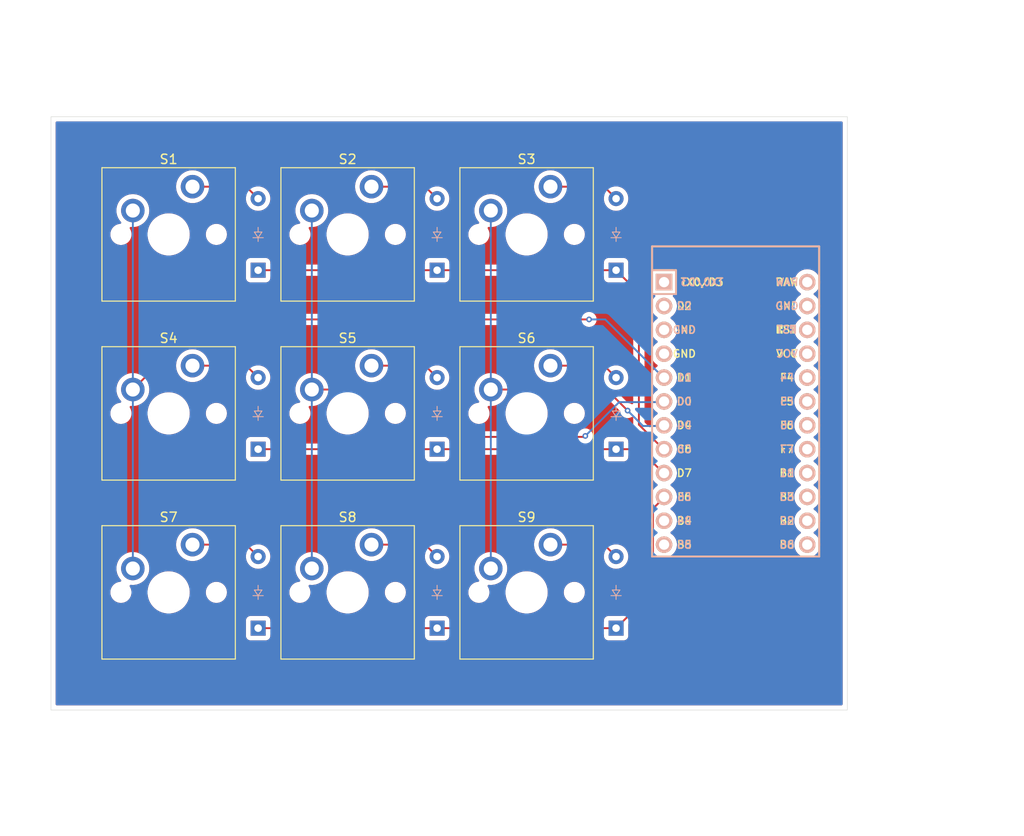
<source format=kicad_pcb>
(kicad_pcb (version 20241229) (generator "pcbnew") (generator_version "9.0")
  (layers (0 "F.Cu" signal) (2 "B.Cu" signal) (13 "F.Paste" user) (15 "B.Paste" user) (5 "F.SilkS" user "F.Silkscreen") (7 "B.SilkS" user "B.Silkscreen") (1 "F.Mask" user) (3 "B.Mask" user) (25 "Edge.Cuts" user))
  (net 0 "")
  (net 1 "Net-(D1-A)")
  (net 2 "Row 0")
  (net 3 "Net-(D2-A)")
  (net 4 "Net-(D3-A)")
  (net 5 "Net-(D4-A)")
  (net 6 "Row 1")
  (net 7 "Net-(D5-A)")
  (net 8 "Net-(D6-A)")
  (net 9 "Net-(D7-A)")
  (net 10 "Row 2")
  (net 11 "Net-(D8-A)")
  (net 12 "Net-(D9-A)")
  (net 13 "Collumn 0")
  (net 14 "Collumn 1")
  (net 15 "Collumn 2")
  (footprint "ScottoKeebs_MX:MX_PCB_1.00u" (layer "F.Cu") (at 59.07 64.15)
    (property "Reference" "S1" (at 0 -8 0) (layer "F.SilkS"))
    (property "Value" "~")
    (fp_line (start -7.1 -7.1) (end -7.1 7.1) (stroke (width 0.12)) (layer "F.SilkS"))
    (fp_line (start -7.1 7.1) (end 7.1 7.1) (stroke (width 0.12)) (layer "F.SilkS"))
    (fp_line (start 7.1 -7.1) (end -7.1 -7.1) (stroke (width 0.12)) (layer "F.SilkS"))
    (fp_line (start 7.1 7.1) (end 7.1 -7.1) (stroke (width 0.12)) (layer "F.SilkS"))
    (pad "" np_thru_hole circle (at -5.08 0) (size 1.75 1.75) (drill 1.75) (layers "*.Cu" "*.Mask"))
    (pad "" np_thru_hole circle (at 0 0) (size 4 4) (drill 4) (layers "*.Cu" "*.Mask"))
    (pad "" np_thru_hole circle (at 5.08 0) (size 1.75 1.75) (drill 1.75) (layers "*.Cu" "*.Mask"))
    (pad "1" thru_hole circle (at -3.81 -2.54) (size 2.5 2.5) (drill 1.5) (layers "*.Cu" "*.Mask") (net 13 "Collumn 0"))
    (pad "2" thru_hole circle (at 2.54 -5.08) (size 2.5 2.5) (drill 1.5) (layers "*.Cu" "*.Mask") (net 1 "Net-(D1-A)"))
  )
  (footprint "ScottoKeebs_MX:MX_PCB_1.00u" (layer "F.Cu") (at 78.12 83.2)
    (property "Reference" "S5" (at 0 -8 0) (layer "F.SilkS"))
    (property "Value" "~")
    (fp_line (start -7.1 -7.1) (end -7.1 7.1) (stroke (width 0.12)) (layer "F.SilkS"))
    (fp_line (start -7.1 7.1) (end 7.1 7.1) (stroke (width 0.12)) (layer "F.SilkS"))
    (fp_line (start 7.1 -7.1) (end -7.1 -7.1) (stroke (width 0.12)) (layer "F.SilkS"))
    (fp_line (start 7.1 7.1) (end 7.1 -7.1) (stroke (width 0.12)) (layer "F.SilkS"))
    (pad "" np_thru_hole circle (at -5.08 0) (size 1.75 1.75) (drill 1.75) (layers "*.Cu" "*.Mask"))
    (pad "" np_thru_hole circle (at 0 0) (size 4 4) (drill 4) (layers "*.Cu" "*.Mask"))
    (pad "" np_thru_hole circle (at 5.08 0) (size 1.75 1.75) (drill 1.75) (layers "*.Cu" "*.Mask"))
    (pad "1" thru_hole circle (at -3.81 -2.54) (size 2.5 2.5) (drill 1.5) (layers "*.Cu" "*.Mask") (net 14 "Collumn 1"))
    (pad "2" thru_hole circle (at 2.54 -5.08) (size 2.5 2.5) (drill 1.5) (layers "*.Cu" "*.Mask") (net 7 "Net-(D5-A)"))
  )
  (footprint "ScottoKeebs_MX:MX_PCB_1.00u" (layer "F.Cu") (at 78.12 102.25)
    (property "Reference" "S8" (at 0 -8 0) (layer "F.SilkS"))
    (property "Value" "~")
    (fp_line (start -7.1 -7.1) (end -7.1 7.1) (stroke (width 0.12)) (layer "F.SilkS"))
    (fp_line (start -7.1 7.1) (end 7.1 7.1) (stroke (width 0.12)) (layer "F.SilkS"))
    (fp_line (start 7.1 -7.1) (end -7.1 -7.1) (stroke (width 0.12)) (layer "F.SilkS"))
    (fp_line (start 7.1 7.1) (end 7.1 -7.1) (stroke (width 0.12)) (layer "F.SilkS"))
    (pad "" np_thru_hole circle (at -5.08 0) (size 1.75 1.75) (drill 1.75) (layers "*.Cu" "*.Mask"))
    (pad "" np_thru_hole circle (at 0 0) (size 4 4) (drill 4) (layers "*.Cu" "*.Mask"))
    (pad "" np_thru_hole circle (at 5.08 0) (size 1.75 1.75) (drill 1.75) (layers "*.Cu" "*.Mask"))
    (pad "1" thru_hole circle (at -3.81 -2.54) (size 2.5 2.5) (drill 1.5) (layers "*.Cu" "*.Mask") (net 14 "Collumn 1"))
    (pad "2" thru_hole circle (at 2.54 -5.08) (size 2.5 2.5) (drill 1.5) (layers "*.Cu" "*.Mask") (net 11 "Net-(D8-A)"))
  )
  (footprint "ScottoKeebs_MX:MX_PCB_1.00u" (layer "F.Cu") (at 78.12 64.15)
    (property "Reference" "S2" (at 0 -8 0) (layer "F.SilkS"))
    (property "Value" "~")
    (fp_line (start -7.1 -7.1) (end -7.1 7.1) (stroke (width 0.12)) (layer "F.SilkS"))
    (fp_line (start -7.1 7.1) (end 7.1 7.1) (stroke (width 0.12)) (layer "F.SilkS"))
    (fp_line (start 7.1 -7.1) (end -7.1 -7.1) (stroke (width 0.12)) (layer "F.SilkS"))
    (fp_line (start 7.1 7.1) (end 7.1 -7.1) (stroke (width 0.12)) (layer "F.SilkS"))
    (pad "" np_thru_hole circle (at -5.08 0) (size 1.75 1.75) (drill 1.75) (layers "*.Cu" "*.Mask"))
    (pad "" np_thru_hole circle (at 0 0) (size 4 4) (drill 4) (layers "*.Cu" "*.Mask"))
    (pad "" np_thru_hole circle (at 5.08 0) (size 1.75 1.75) (drill 1.75) (layers "*.Cu" "*.Mask"))
    (pad "1" thru_hole circle (at -3.81 -2.54) (size 2.5 2.5) (drill 1.5) (layers "*.Cu" "*.Mask") (net 14 "Collumn 1"))
    (pad "2" thru_hole circle (at 2.54 -5.08) (size 2.5 2.5) (drill 1.5) (layers "*.Cu" "*.Mask") (net 3 "Net-(D2-A)"))
  )
  (footprint "ScottoKeebs_MX:MX_PCB_1.00u" (layer "F.Cu") (at 59.07 83.2)
    (property "Reference" "S4" (at 0 -8 0) (layer "F.SilkS"))
    (property "Value" "~")
    (fp_line (start -7.1 -7.1) (end -7.1 7.1) (stroke (width 0.12)) (layer "F.SilkS"))
    (fp_line (start -7.1 7.1) (end 7.1 7.1) (stroke (width 0.12)) (layer "F.SilkS"))
    (fp_line (start 7.1 -7.1) (end -7.1 -7.1) (stroke (width 0.12)) (layer "F.SilkS"))
    (fp_line (start 7.1 7.1) (end 7.1 -7.1) (stroke (width 0.12)) (layer "F.SilkS"))
    (pad "" np_thru_hole circle (at -5.08 0) (size 1.75 1.75) (drill 1.75) (layers "*.Cu" "*.Mask"))
    (pad "" np_thru_hole circle (at 0 0) (size 4 4) (drill 4) (layers "*.Cu" "*.Mask"))
    (pad "" np_thru_hole circle (at 5.08 0) (size 1.75 1.75) (drill 1.75) (layers "*.Cu" "*.Mask"))
    (pad "1" thru_hole circle (at -3.81 -2.54) (size 2.5 2.5) (drill 1.5) (layers "*.Cu" "*.Mask") (net 13 "Collumn 0"))
    (pad "2" thru_hole circle (at 2.54 -5.08) (size 2.5 2.5) (drill 1.5) (layers "*.Cu" "*.Mask") (net 5 "Net-(D4-A)"))
  )
  (footprint "ScottoKeebs_MX:MX_PCB_1.00u" (layer "F.Cu") (at 59.07 102.25)
    (property "Reference" "S7" (at 0 -8 0) (layer "F.SilkS"))
    (property "Value" "~")
    (fp_line (start -7.1 -7.1) (end -7.1 7.1) (stroke (width 0.12)) (layer "F.SilkS"))
    (fp_line (start -7.1 7.1) (end 7.1 7.1) (stroke (width 0.12)) (layer "F.SilkS"))
    (fp_line (start 7.1 -7.1) (end -7.1 -7.1) (stroke (width 0.12)) (layer "F.SilkS"))
    (fp_line (start 7.1 7.1) (end 7.1 -7.1) (stroke (width 0.12)) (layer "F.SilkS"))
    (pad "" np_thru_hole circle (at -5.08 0) (size 1.75 1.75) (drill 1.75) (layers "*.Cu" "*.Mask"))
    (pad "" np_thru_hole circle (at 0 0) (size 4 4) (drill 4) (layers "*.Cu" "*.Mask"))
    (pad "" np_thru_hole circle (at 5.08 0) (size 1.75 1.75) (drill 1.75) (layers "*.Cu" "*.Mask"))
    (pad "1" thru_hole circle (at -3.81 -2.54) (size 2.5 2.5) (drill 1.5) (layers "*.Cu" "*.Mask") (net 13 "Collumn 0"))
    (pad "2" thru_hole circle (at 2.54 -5.08) (size 2.5 2.5) (drill 1.5) (layers "*.Cu" "*.Mask") (net 9 "Net-(D7-A)"))
  )
  (footprint "ScottoKeebs_MX:MX_PCB_1.00u" (layer "F.Cu") (at 97.17 64.15)
    (property "Reference" "S3" (at 0 -8 0) (layer "F.SilkS"))
    (property "Value" "~")
    (fp_line (start -7.1 -7.1) (end -7.1 7.1) (stroke (width 0.12)) (layer "F.SilkS"))
    (fp_line (start -7.1 7.1) (end 7.1 7.1) (stroke (width 0.12)) (layer "F.SilkS"))
    (fp_line (start 7.1 -7.1) (end -7.1 -7.1) (stroke (width 0.12)) (layer "F.SilkS"))
    (fp_line (start 7.1 7.1) (end 7.1 -7.1) (stroke (width 0.12)) (layer "F.SilkS"))
    (pad "" np_thru_hole circle (at -5.08 0) (size 1.75 1.75) (drill 1.75) (layers "*.Cu" "*.Mask"))
    (pad "" np_thru_hole circle (at 0 0) (size 4 4) (drill 4) (layers "*.Cu" "*.Mask"))
    (pad "" np_thru_hole circle (at 5.08 0) (size 1.75 1.75) (drill 1.75) (layers "*.Cu" "*.Mask"))
    (pad "1" thru_hole circle (at -3.81 -2.54) (size 2.5 2.5) (drill 1.5) (layers "*.Cu" "*.Mask") (net 15 "Collumn 2"))
    (pad "2" thru_hole circle (at 2.54 -5.08) (size 2.5 2.5) (drill 1.5) (layers "*.Cu" "*.Mask") (net 4 "Net-(D3-A)"))
  )
  (footprint "ScottoKeebs_MX:MX_PCB_1.00u" (layer "F.Cu") (at 97.17 102.25)
    (property "Reference" "S9" (at 0 -8 0) (layer "F.SilkS"))
    (property "Value" "~")
    (fp_line (start -7.1 -7.1) (end -7.1 7.1) (stroke (width 0.12)) (layer "F.SilkS"))
    (fp_line (start -7.1 7.1) (end 7.1 7.1) (stroke (width 0.12)) (layer "F.SilkS"))
    (fp_line (start 7.1 -7.1) (end -7.1 -7.1) (stroke (width 0.12)) (layer "F.SilkS"))
    (fp_line (start 7.1 7.1) (end 7.1 -7.1) (stroke (width 0.12)) (layer "F.SilkS"))
    (pad "" np_thru_hole circle (at -5.08 0) (size 1.75 1.75) (drill 1.75) (layers "*.Cu" "*.Mask"))
    (pad "" np_thru_hole circle (at 0 0) (size 4 4) (drill 4) (layers "*.Cu" "*.Mask"))
    (pad "" np_thru_hole circle (at 5.08 0) (size 1.75 1.75) (drill 1.75) (layers "*.Cu" "*.Mask"))
    (pad "1" thru_hole circle (at -3.81 -2.54) (size 2.5 2.5) (drill 1.5) (layers "*.Cu" "*.Mask") (net 15 "Collumn 2"))
    (pad "2" thru_hole circle (at 2.54 -5.08) (size 2.5 2.5) (drill 1.5) (layers "*.Cu" "*.Mask") (net 12 "Net-(D9-A)"))
  )
  (footprint "ScottoKeebs_MX:MX_PCB_1.00u" (layer "F.Cu") (at 97.17 83.2)
    (property "Reference" "S6" (at 0 -8 0) (layer "F.SilkS"))
    (property "Value" "~")
    (fp_line (start -7.1 -7.1) (end -7.1 7.1) (stroke (width 0.12)) (layer "F.SilkS"))
    (fp_line (start -7.1 7.1) (end 7.1 7.1) (stroke (width 0.12)) (layer "F.SilkS"))
    (fp_line (start 7.1 -7.1) (end -7.1 -7.1) (stroke (width 0.12)) (layer "F.SilkS"))
    (fp_line (start 7.1 7.1) (end 7.1 -7.1) (stroke (width 0.12)) (layer "F.SilkS"))
    (pad "" np_thru_hole circle (at -5.08 0) (size 1.75 1.75) (drill 1.75) (layers "*.Cu" "*.Mask"))
    (pad "" np_thru_hole circle (at 0 0) (size 4 4) (drill 4) (layers "*.Cu" "*.Mask"))
    (pad "" np_thru_hole circle (at 5.08 0) (size 1.75 1.75) (drill 1.75) (layers "*.Cu" "*.Mask"))
    (pad "1" thru_hole circle (at -3.81 -2.54) (size 2.5 2.5) (drill 1.5) (layers "*.Cu" "*.Mask") (net 15 "Collumn 2"))
    (pad "2" thru_hole circle (at 2.54 -5.08) (size 2.5 2.5) (drill 1.5) (layers "*.Cu" "*.Mask") (net 8 "Net-(D6-A)"))
  )
  (footprint "ScottoKeebs_MCU:Arduino_Pro_Micro" (layer "F.Cu") (at 119.42 83.2)
    (property "Reference" "U1" (hide yes))
    (property "Value" "Arduino_Pro_Micro" (hide yes))
    (fp_line (start -8.89 -17.78) (end -8.89 15.24) (stroke (width 0.2)) (layer "F.SilkS"))
    (fp_line (start -8.89 15.24) (end 8.89 15.24) (stroke (width 0.2)) (layer "F.SilkS"))
    (fp_line (start -6.35 -15.24) (end -8.89 -15.24) (stroke (width 0.2)) (layer "F.SilkS"))
    (fp_line (start -6.35 -15.24) (end -6.35 -12.7) (stroke (width 0.2)) (layer "F.SilkS"))
    (fp_line (start -6.35 -12.7) (end -8.89 -12.7) (stroke (width 0.2)) (layer "F.SilkS"))
    (fp_line (start 8.89 -17.78) (end -8.89 -17.78) (stroke (width 0.2)) (layer "F.SilkS"))
    (fp_line (start 8.89 15.24) (end 8.89 -17.78) (stroke (width 0.2)) (layer "F.SilkS"))
    (fp_poly (pts (xy 4.531568 -9.36064) (xy 4.531568 -8.56064) (xy 4.431568 -8.56064) (xy 4.431568 -9.36064)) (stroke (width 0.15)) (fill yes) (layer "F.SilkS"))
    (fp_poly (pts (xy 4.731568 -8.96064) (xy 4.731568 -8.86064) (xy 4.631568 -8.86064) (xy 4.631568 -8.96064)) (stroke (width 0.15)) (fill yes) (layer "F.SilkS"))
    (fp_poly (pts (xy 4.931568 -9.36064) (xy 4.931568 -9.26064) (xy 4.431568 -9.26064) (xy 4.431568 -9.36064)) (stroke (width 0.15)) (fill yes) (layer "F.SilkS"))
    (fp_poly (pts (xy 4.931568 -9.36064) (xy 4.931568 -9.06064) (xy 4.831568 -9.06064) (xy 4.831568 -9.36064)) (stroke (width 0.15)) (fill yes) (layer "F.SilkS"))
    (fp_poly (pts (xy 4.931568 -8.76064) (xy 4.931568 -8.56064) (xy 4.831568 -8.56064) (xy 4.831568 -8.76064)) (stroke (width 0.15)) (fill yes) (layer "F.SilkS"))
    (fp_line (start -8.89 -17.78) (end -8.89 15.24) (stroke (width 0.2)) (layer "B.SilkS"))
    (fp_line (start -8.89 15.24) (end 8.89 15.24) (stroke (width 0.2)) (layer "B.SilkS"))
    (fp_line (start -6.35 -15.24) (end -8.89 -15.24) (stroke (width 0.2)) (layer "B.SilkS"))
    (fp_line (start -6.35 -15.24) (end -6.35 -12.7) (stroke (width 0.2)) (layer "B.SilkS"))
    (fp_line (start -6.35 -12.7) (end -8.89 -12.7) (stroke (width 0.2)) (layer "B.SilkS"))
    (fp_line (start 8.89 -17.78) (end -8.89 -17.78) (stroke (width 0.2)) (layer "B.SilkS"))
    (fp_line (start 8.89 15.24) (end 8.89 -17.78) (stroke (width 0.2)) (layer "B.SilkS"))
    (fp_poly (pts (xy 5.844635 -9.35097) (xy 5.844635 -9.25097) (xy 6.344635 -9.25097) (xy 6.344635 -9.35097)) (stroke (width 0.15)) (fill yes) (layer "B.SilkS"))
    (fp_poly (pts (xy 5.844635 -9.35097) (xy 5.844635 -9.05097) (xy 5.944635 -9.05097) (xy 5.944635 -9.35097)) (stroke (width 0.15)) (fill yes) (layer "B.SilkS"))
    (fp_poly (pts (xy 5.844635 -8.75097) (xy 5.844635 -8.55097) (xy 5.944635 -8.55097) (xy 5.944635 -8.75097)) (stroke (width 0.15)) (fill yes) (layer "B.SilkS"))
    (fp_poly (pts (xy 6.044635 -8.95097) (xy 6.044635 -8.85097) (xy 6.144635 -8.85097) (xy 6.144635 -8.95097)) (stroke (width 0.15)) (fill yes) (layer "B.SilkS"))
    (fp_poly (pts (xy 6.244635 -9.35097) (xy 6.244635 -8.55097) (xy 6.344635 -8.55097) (xy 6.344635 -9.35097)) (stroke (width 0.15)) (fill yes) (layer "B.SilkS"))
    (fp_text user "GND" (at -5.461 -6.35 0) (layer "F.SilkS") (effects (font (size 0.8 0.8))))
    (fp_text user "D1" (at -5.461 -3.81 0) (layer "F.SilkS") (effects (font (size 0.8 0.8))))
    (fp_text user "F5" (at 5.461 -1.27 0) (layer "F.SilkS") (effects (font (size 0.8 0.8))))
    (fp_text user "F7" (at 5.461 3.81 0) (layer "F.SilkS") (effects (font (size 0.8 0.8))))
    (fp_text user "VCC" (at 5.461 -6.35 0) (layer "F.SilkS") (effects (font (size 0.8 0.8))))
    (fp_text user "D2" (at -5.461 -11.43 0) (layer "F.SilkS") (effects (font (size 0.8 0.8))))
    (fp_text user "B6" (at 5.461 13.97 0) (layer "F.SilkS") (effects (font (size 0.8 0.8))))
    (fp_text user "GND" (at -5.461 -8.89 0) (layer "F.SilkS") (effects (font (size 0.8 0.8))))
    (fp_text user "B3" (at 5.461 8.89 0) (layer "F.SilkS") (effects (font (size 0.8 0.8))))
    (fp_text user "B2" (at 5.461 11.43 0) (layer "F.SilkS") (effects (font (size 0.8 0.8))))
    (fp_text user "B1" (at 5.461 6.35 0) (layer "F.SilkS") (effects (font (size 0.8 0.8))))
    (fp_text user "C6" (at -5.461 3.81 0) (layer "F.SilkS") (effects (font (size 0.8 0.8))))
    (fp_text user "GND" (at 5.461 -11.43 0) (layer "F.SilkS") (effects (font (size 0.8 0.8))))
    (fp_text user "E6" (at -5.461 8.89 0) (layer "F.SilkS") (effects (font (size 0.8 0.8))))
    (fp_text user "F4" (at 5.461 -3.81 0) (layer "F.SilkS") (effects (font (size 0.8 0.8))))
    (fp_text user "B5" (at -5.461 13.97 0) (layer "F.SilkS") (effects (font (size 0.8 0.8))))
    (fp_text user "D4" (at -5.461 1.27 0) (layer "F.SilkS") (effects (font (size 0.8 0.8))))
    (fp_text user "D0" (at -5.461 -1.27 0) (layer "F.SilkS") (effects (font (size 0.8 0.8))))
    (fp_text user "B4" (at -5.461 11.43 0) (layer "F.SilkS") (effects (font (size 0.8 0.8))))
    (fp_text user "ST" (at 5.73312 -8.92 0) (layer "F.SilkS") (effects (font (size 0.8 0.8))))
    (fp_text user "RAW" (at 5.461 -13.97 0) (layer "F.SilkS") (effects (font (size 0.8 0.8))))
    (fp_text user "F6" (at 5.461 1.27 0) (layer "F.SilkS") (effects (font (size 0.8 0.8))))
    (fp_text user "D7" (at -5.461 6.35 0) (layer "F.SilkS") (effects (font (size 0.8 0.8))))
    (fp_text user "TX0/D3" (at -3.571872 -13.97 0) (layer "F.SilkS") (effects (font (size 0.8 0.8))))
    (fp_text user "B3" (at 5.461 8.89 0) (layer "B.SilkS") (effects (font (size 0.8 0.8)) (justify mirror)))
    (fp_text user "B6" (at 5.461 13.97 0) (layer "B.SilkS") (effects (font (size 0.8 0.8)) (justify mirror)))
    (fp_text user "TX0/D3" (at -3.571872 -13.97 0) (layer "B.SilkS") (effects (font (size 0.8 0.8)) (justify mirror)))
    (fp_text user "F6" (at 5.461 1.27 0) (layer "B.SilkS") (effects (font (size 0.8 0.8)) (justify mirror)))
    (fp_text user "F7" (at 5.461 3.81 0) (layer "B.SilkS") (effects (font (size 0.8 0.8)) (justify mirror)))
    (fp_text user "D1" (at -5.461 -3.81 0) (layer "B.SilkS") (effects (font (size 0.8 0.8)) (justify mirror)))
    (fp_text user "D4" (at -5.461 1.27 0) (layer "B.SilkS") (effects (font (size 0.8 0.8)) (justify mirror)))
    (fp_text user "E6" (at -5.461 8.89 0) (layer "B.SilkS") (effects (font (size 0.8 0.8)) (justify mirror)))
    (fp_text user "D0" (at -5.461 -1.27 0) (layer "B.SilkS") (effects (font (size 0.8 0.8)) (justify mirror)))
    (fp_text user "B1" (at 5.461 6.35 0) (layer "B.SilkS") (effects (font (size 0.8 0.8)) (justify mirror)))
    (fp_text user "F5" (at 5.461 -1.27 0) (layer "B.SilkS") (effects (font (size 0.8 0.8)) (justify mirror)))
    (fp_text user "VCC" (at 5.461 -6.35 0) (layer "B.SilkS") (effects (font (size 0.8 0.8)) (justify mirror)))
    (fp_text user "ST" (at 5.04 -8.91 0) (layer "B.SilkS") (effects (font (size 0.8 0.8)) (justify mirror)))
    (fp_text user "F4" (at 5.461 -3.81 0) (layer "B.SilkS") (effects (font (size 0.8 0.8)) (justify mirror)))
    (fp_text user "B5" (at -5.461 13.97 0) (layer "B.SilkS") (effects (font (size 0.8 0.8)) (justify mirror)))
    (fp_text user "C6" (at -5.461 3.81 0) (layer "B.SilkS") (effects (font (size 0.8 0.8)) (justify mirror)))
    (fp_text user "B2" (at 5.461 11.43 0) (layer "B.SilkS") (effects (font (size 0.8 0.8)) (justify mirror)))
    (fp_text user "GND" (at -5.461 -8.89 0) (layer "B.SilkS") (effects (font (size 0.8 0.8)) (justify mirror)))
    (fp_text user "B4" (at -5.461 11.43 0) (layer "B.SilkS") (effects (font (size 0.8 0.8)) (justify mirror)))
    (fp_text user "D2" (at -5.461 -11.43 0) (layer "B.SilkS") (effects (font (size 0.8 0.8)) (justify mirror)))
    (fp_text user "GND" (at 5.461 -11.43 0) (layer "B.SilkS") (effects (font (size 0.8 0.8)) (justify mirror)))
    (fp_text user "RAW" (at 5.461 -13.97 0) (layer "B.SilkS") (effects (font (size 0.8 0.8)) (justify mirror)))
    (pad "1" thru_hole rect (at -7.62 -13.97 270) (size 1.7526 1.7526) (drill 1.0922) (layers "*.Cu" "*.SilkS" "*.Mask"))
    (pad "2" thru_hole circle (at -7.62 -11.43 270) (size 1.7526 1.7526) (drill 1.0922) (layers "*.Cu" "*.SilkS" "*.Mask"))
    (pad "3" thru_hole circle (at -7.62 -8.89 270) (size 1.7526 1.7526) (drill 1.0922) (layers "*.Cu" "*.SilkS" "*.Mask"))
    (pad "4" thru_hole circle (at -7.62 -6.35 270) (size 1.7526 1.7526) (drill 1.0922) (layers "*.Cu" "*.SilkS" "*.Mask"))
    (pad "5" thru_hole circle (at -7.62 -3.81 270) (size 1.7526 1.7526) (drill 1.0922) (layers "*.Cu" "*.SilkS" "*.Mask") (net 13 "Collumn 0"))
    (pad "6" thru_hole circle (at -7.62 -1.27 270) (size 1.7526 1.7526) (drill 1.0922) (layers "*.Cu" "*.SilkS" "*.Mask") (net 14 "Collumn 1"))
    (pad "7" thru_hole circle (at -7.62 1.27 270) (size 1.7526 1.7526) (drill 1.0922) (layers "*.Cu" "*.SilkS" "*.Mask") (net 15 "Collumn 2"))
    (pad "8" thru_hole circle (at -7.62 3.81 270) (size 1.7526 1.7526) (drill 1.0922) (layers "*.Cu" "*.SilkS" "*.Mask") (net 2 "Row 0"))
    (pad "9" thru_hole circle (at -7.62 6.35 270) (size 1.7526 1.7526) (drill 1.0922) (layers "*.Cu" "*.SilkS" "*.Mask") (net 6 "Row 1"))
    (pad "10" thru_hole circle (at -7.62 8.89 270) (size 1.7526 1.7526) (drill 1.0922) (layers "*.Cu" "*.SilkS" "*.Mask") (net 10 "Row 2"))
    (pad "11" thru_hole circle (at -7.62 11.43 270) (size 1.7526 1.7526) (drill 1.0922) (layers "*.Cu" "*.SilkS" "*.Mask"))
    (pad "12" thru_hole circle (at -7.62 13.97 270) (size 1.7526 1.7526) (drill 1.0922) (layers "*.Cu" "*.SilkS" "*.Mask"))
    (pad "13" thru_hole circle (at 7.62 13.97 270) (size 1.7526 1.7526) (drill 1.0922) (layers "*.Cu" "*.SilkS" "*.Mask"))
    (pad "14" thru_hole circle (at 7.62 11.43 270) (size 1.7526 1.7526) (drill 1.0922) (layers "*.Cu" "*.SilkS" "*.Mask"))
    (pad "15" thru_hole circle (at 7.62 8.89 270) (size 1.7526 1.7526) (drill 1.0922) (layers "*.Cu" "*.SilkS" "*.Mask"))
    (pad "16" thru_hole circle (at 7.62 6.35 270) (size 1.7526 1.7526) (drill 1.0922) (layers "*.Cu" "*.SilkS" "*.Mask"))
    (pad "17" thru_hole circle (at 7.62 3.81 270) (size 1.7526 1.7526) (drill 1.0922) (layers "*.Cu" "*.SilkS" "*.Mask"))
    (pad "18" thru_hole circle (at 7.62 1.27 270) (size 1.7526 1.7526) (drill 1.0922) (layers "*.Cu" "*.SilkS" "*.Mask"))
    (pad "19" thru_hole circle (at 7.62 -1.27 270) (size 1.7526 1.7526) (drill 1.0922) (layers "*.Cu" "*.SilkS" "*.Mask"))
    (pad "20" thru_hole circle (at 7.62 -3.81 270) (size 1.7526 1.7526) (drill 1.0922) (layers "*.Cu" "*.SilkS" "*.Mask"))
    (pad "21" thru_hole circle (at 7.62 -6.35 270) (size 1.7526 1.7526) (drill 1.0922) (layers "*.Cu" "*.SilkS" "*.Mask"))
    (pad "22" thru_hole circle (at 7.62 -8.89 270) (size 1.7526 1.7526) (drill 1.0922) (layers "*.Cu" "*.SilkS" "*.Mask"))
    (pad "23" thru_hole circle (at 7.62 -11.43 270) (size 1.7526 1.7526) (drill 1.0922) (layers "*.Cu" "*.SilkS" "*.Mask"))
    (pad "24" thru_hole circle (at 7.62 -13.97 270) (size 1.7526 1.7526) (drill 1.0922) (layers "*.Cu" "*.SilkS" "*.Mask"))
  )
  (footprint "ScottoKeebs_Components:Diode_DO-35" (layer "B.Cu") (at 87.645 67.96 90)
    (property "Reference" "D2" (hide yes))
    (property "Value" "~" (hide yes))
    (fp_line (start 4.06 -0.4) (end 3.46 0) (stroke (width 0.1)) (layer "B.SilkS"))
    (fp_line (start 4.06 0) (end 4.56 0) (stroke (width 0.1)) (layer "B.SilkS"))
    (fp_line (start 3.46 0) (end 4.06 0.4) (stroke (width 0.1)) (layer "B.SilkS"))
    (fp_line (start 3.06 0) (end 3.46 0) (stroke (width 0.1)) (layer "B.SilkS"))
    (fp_line (start 4.06 0.4) (end 4.06 -0.4) (stroke (width 0.1)) (layer "B.SilkS"))
    (fp_line (start 3.46 0.55) (end 3.46 -0.55) (stroke (width 0.1)) (layer "B.SilkS"))
    (pad "1" thru_hole rect (at 0 0 90) (size 1.6 1.6) (drill 0.8) (layers "*.Cu" "*.Mask") (net 2 "Row 0"))
    (pad "2" thru_hole oval (at 7.62 0 90) (size 1.6 1.6) (drill 0.8) (layers "*.Cu" "*.Mask") (net 3 "Net-(D2-A)"))
  )
  (footprint "ScottoKeebs_Components:Diode_DO-35" (layer "B.Cu") (at 106.695 106.06 90)
    (property "Reference" "D9" (hide yes))
    (property "Value" "~" (hide yes))
    (fp_line (start 4.06 -0.4) (end 3.46 0) (stroke (width 0.1)) (layer "B.SilkS"))
    (fp_line (start 4.06 0) (end 4.56 0) (stroke (width 0.1)) (layer "B.SilkS"))
    (fp_line (start 3.46 0) (end 4.06 0.4) (stroke (width 0.1)) (layer "B.SilkS"))
    (fp_line (start 3.06 0) (end 3.46 0) (stroke (width 0.1)) (layer "B.SilkS"))
    (fp_line (start 4.06 0.4) (end 4.06 -0.4) (stroke (width 0.1)) (layer "B.SilkS"))
    (fp_line (start 3.46 0.55) (end 3.46 -0.55) (stroke (width 0.1)) (layer "B.SilkS"))
    (pad "1" thru_hole rect (at 0 0 90) (size 1.6 1.6) (drill 0.8) (layers "*.Cu" "*.Mask") (net 10 "Row 2"))
    (pad "2" thru_hole oval (at 7.62 0 90) (size 1.6 1.6) (drill 0.8) (layers "*.Cu" "*.Mask") (net 12 "Net-(D9-A)"))
  )
  (footprint "ScottoKeebs_Components:Diode_DO-35" (layer "B.Cu") (at 106.695 87.01 90)
    (property "Reference" "D6" (hide yes))
    (property "Value" "~" (hide yes))
    (fp_line (start 4.06 -0.4) (end 3.46 0) (stroke (width 0.1)) (layer "B.SilkS"))
    (fp_line (start 4.06 0) (end 4.56 0) (stroke (width 0.1)) (layer "B.SilkS"))
    (fp_line (start 3.46 0) (end 4.06 0.4) (stroke (width 0.1)) (layer "B.SilkS"))
    (fp_line (start 3.06 0) (end 3.46 0) (stroke (width 0.1)) (layer "B.SilkS"))
    (fp_line (start 4.06 0.4) (end 4.06 -0.4) (stroke (width 0.1)) (layer "B.SilkS"))
    (fp_line (start 3.46 0.55) (end 3.46 -0.55) (stroke (width 0.1)) (layer "B.SilkS"))
    (pad "1" thru_hole rect (at 0 0 90) (size 1.6 1.6) (drill 0.8) (layers "*.Cu" "*.Mask") (net 6 "Row 1"))
    (pad "2" thru_hole oval (at 7.62 0 90) (size 1.6 1.6) (drill 0.8) (layers "*.Cu" "*.Mask") (net 8 "Net-(D6-A)"))
  )
  (footprint "ScottoKeebs_Components:Diode_DO-35" (layer "B.Cu") (at 68.595 67.96 90)
    (property "Reference" "D1" (hide yes))
    (property "Value" "~" (hide yes))
    (fp_line (start 4.06 -0.4) (end 3.46 0) (stroke (width 0.1)) (layer "B.SilkS"))
    (fp_line (start 4.06 0) (end 4.56 0) (stroke (width 0.1)) (layer "B.SilkS"))
    (fp_line (start 3.46 0) (end 4.06 0.4) (stroke (width 0.1)) (layer "B.SilkS"))
    (fp_line (start 3.06 0) (end 3.46 0) (stroke (width 0.1)) (layer "B.SilkS"))
    (fp_line (start 4.06 0.4) (end 4.06 -0.4) (stroke (width 0.1)) (layer "B.SilkS"))
    (fp_line (start 3.46 0.55) (end 3.46 -0.55) (stroke (width 0.1)) (layer "B.SilkS"))
    (pad "1" thru_hole rect (at 0 0 90) (size 1.6 1.6) (drill 0.8) (layers "*.Cu" "*.Mask") (net 2 "Row 0"))
    (pad "2" thru_hole oval (at 7.62 0 90) (size 1.6 1.6) (drill 0.8) (layers "*.Cu" "*.Mask") (net 1 "Net-(D1-A)"))
  )
  (footprint "ScottoKeebs_Components:Diode_DO-35" (layer "B.Cu") (at 87.645 87.01 90)
    (property "Reference" "D5" (hide yes))
    (property "Value" "~" (hide yes))
    (fp_line (start 4.06 -0.4) (end 3.46 0) (stroke (width 0.1)) (layer "B.SilkS"))
    (fp_line (start 4.06 0) (end 4.56 0) (stroke (width 0.1)) (layer "B.SilkS"))
    (fp_line (start 3.46 0) (end 4.06 0.4) (stroke (width 0.1)) (layer "B.SilkS"))
    (fp_line (start 3.06 0) (end 3.46 0) (stroke (width 0.1)) (layer "B.SilkS"))
    (fp_line (start 4.06 0.4) (end 4.06 -0.4) (stroke (width 0.1)) (layer "B.SilkS"))
    (fp_line (start 3.46 0.55) (end 3.46 -0.55) (stroke (width 0.1)) (layer "B.SilkS"))
    (pad "1" thru_hole rect (at 0 0 90) (size 1.6 1.6) (drill 0.8) (layers "*.Cu" "*.Mask") (net 6 "Row 1"))
    (pad "2" thru_hole oval (at 7.62 0 90) (size 1.6 1.6) (drill 0.8) (layers "*.Cu" "*.Mask") (net 7 "Net-(D5-A)"))
  )
  (footprint "ScottoKeebs_Components:Diode_DO-35" (layer "B.Cu") (at 106.695 67.96 90)
    (property "Reference" "D3" (hide yes))
    (property "Value" "~" (hide yes))
    (fp_line (start 4.06 -0.4) (end 3.46 0) (stroke (width 0.1)) (layer "B.SilkS"))
    (fp_line (start 4.06 0) (end 4.56 0) (stroke (width 0.1)) (layer "B.SilkS"))
    (fp_line (start 3.46 0) (end 4.06 0.4) (stroke (width 0.1)) (layer "B.SilkS"))
    (fp_line (start 3.06 0) (end 3.46 0) (stroke (width 0.1)) (layer "B.SilkS"))
    (fp_line (start 4.06 0.4) (end 4.06 -0.4) (stroke (width 0.1)) (layer "B.SilkS"))
    (fp_line (start 3.46 0.55) (end 3.46 -0.55) (stroke (width 0.1)) (layer "B.SilkS"))
    (pad "1" thru_hole rect (at 0 0 90) (size 1.6 1.6) (drill 0.8) (layers "*.Cu" "*.Mask") (net 2 "Row 0"))
    (pad "2" thru_hole oval (at 7.62 0 90) (size 1.6 1.6) (drill 0.8) (layers "*.Cu" "*.Mask") (net 4 "Net-(D3-A)"))
  )
  (footprint "ScottoKeebs_Components:Diode_DO-35" (layer "B.Cu") (at 68.595 87.01 90)
    (property "Reference" "D4" (hide yes))
    (property "Value" "~" (hide yes))
    (fp_line (start 4.06 -0.4) (end 3.46 0) (stroke (width 0.1)) (layer "B.SilkS"))
    (fp_line (start 4.06 0) (end 4.56 0) (stroke (width 0.1)) (layer "B.SilkS"))
    (fp_line (start 3.46 0) (end 4.06 0.4) (stroke (width 0.1)) (layer "B.SilkS"))
    (fp_line (start 3.06 0) (end 3.46 0) (stroke (width 0.1)) (layer "B.SilkS"))
    (fp_line (start 4.06 0.4) (end 4.06 -0.4) (stroke (width 0.1)) (layer "B.SilkS"))
    (fp_line (start 3.46 0.55) (end 3.46 -0.55) (stroke (width 0.1)) (layer "B.SilkS"))
    (pad "1" thru_hole rect (at 0 0 90) (size 1.6 1.6) (drill 0.8) (layers "*.Cu" "*.Mask") (net 6 "Row 1"))
    (pad "2" thru_hole oval (at 7.62 0 90) (size 1.6 1.6) (drill 0.8) (layers "*.Cu" "*.Mask") (net 5 "Net-(D4-A)"))
  )
  (footprint "ScottoKeebs_Components:Diode_DO-35" (layer "B.Cu") (at 68.595 106.06 90)
    (property "Reference" "D7" (hide yes))
    (property "Value" "~" (hide yes))
    (fp_line (start 4.06 -0.4) (end 3.46 0) (stroke (width 0.1)) (layer "B.SilkS"))
    (fp_line (start 4.06 0) (end 4.56 0) (stroke (width 0.1)) (layer "B.SilkS"))
    (fp_line (start 3.46 0) (end 4.06 0.4) (stroke (width 0.1)) (layer "B.SilkS"))
    (fp_line (start 3.06 0) (end 3.46 0) (stroke (width 0.1)) (layer "B.SilkS"))
    (fp_line (start 4.06 0.4) (end 4.06 -0.4) (stroke (width 0.1)) (layer "B.SilkS"))
    (fp_line (start 3.46 0.55) (end 3.46 -0.55) (stroke (width 0.1)) (layer "B.SilkS"))
    (pad "1" thru_hole rect (at 0 0 90) (size 1.6 1.6) (drill 0.8) (layers "*.Cu" "*.Mask") (net 10 "Row 2"))
    (pad "2" thru_hole oval (at 7.62 0 90) (size 1.6 1.6) (drill 0.8) (layers "*.Cu" "*.Mask") (net 9 "Net-(D7-A)"))
  )
  (footprint "ScottoKeebs_Components:Diode_DO-35" (layer "B.Cu") (at 87.645 106.06 90)
    (property "Reference" "D8" (hide yes))
    (property "Value" "~" (hide yes))
    (fp_line (start 4.06 -0.4) (end 3.46 0) (stroke (width 0.1)) (layer "B.SilkS"))
    (fp_line (start 4.06 0) (end 4.56 0) (stroke (width 0.1)) (layer "B.SilkS"))
    (fp_line (start 3.46 0) (end 4.06 0.4) (stroke (width 0.1)) (layer "B.SilkS"))
    (fp_line (start 3.06 0) (end 3.46 0) (stroke (width 0.1)) (layer "B.SilkS"))
    (fp_line (start 4.06 0.4) (end 4.06 -0.4) (stroke (width 0.1)) (layer "B.SilkS"))
    (fp_line (start 3.46 0.55) (end 3.46 -0.55) (stroke (width 0.1)) (layer "B.SilkS"))
    (pad "1" thru_hole rect (at 0 0 90) (size 1.6 1.6) (drill 0.8) (layers "*.Cu" "*.Mask") (net 10 "Row 2"))
    (pad "2" thru_hole oval (at 7.62 0 90) (size 1.6 1.6) (drill 0.8) (layers "*.Cu" "*.Mask") (net 11 "Net-(D8-A)"))
  )
  (gr_rect (start 46.545 51.625) (end 131.31 114.775) (stroke (width 0.05)) (fill no) (layer "Edge.Cuts"))
  (segment (start 67.325 59.07) (end 68.595 60.34) (width 0.2) (layer "F.Cu") (net 1))
  (segment (start 61.61 59.07) (end 67.325 59.07) (width 0.2) (layer "F.Cu") (net 1))
  (segment (start 109.121 84.401) (end 111.8 87.08) (width 0.2) (layer "F.Cu") (net 2))
  (segment (start 68.595 67.96) (end 106.695 67.96) (width 0.2) (layer "F.Cu") (net 2))
  (segment (start 106.695 67.96) (end 109.121 70.386) (width 0.2) (layer "F.Cu") (net 2))
  (segment (start 109.121 70.386) (end 109.121 84.401) (width 0.2) (layer "F.Cu") (net 2))
  (segment (start 86.375 59.07) (end 87.645 60.34) (width 0.2) (layer "F.Cu") (net 3))
  (segment (start 80.66 59.07) (end 86.375 59.07) (width 0.2) (layer "F.Cu") (net 3))
  (segment (start 99.71 59.07) (end 105.425 59.07) (width 0.2) (layer "F.Cu") (net 4))
  (segment (start 105.425 59.07) (end 106.695 60.34) (width 0.2) (layer "F.Cu") (net 4))
  (segment (start 61.61 78.12) (end 67.325 78.12) (width 0.2) (layer "F.Cu") (net 5))
  (segment (start 67.325 78.12) (end 68.595 79.39) (width 0.2) (layer "F.Cu") (net 5))
  (segment (start 68.595 87.01) (end 106.695 87.01) (width 0.2) (layer "F.Cu") (net 6))
  (segment (start 109.19 87.01) (end 111.8 89.62) (width 0.2) (layer "F.Cu") (net 6))
  (segment (start 106.695 87.01) (end 109.19 87.01) (width 0.2) (layer "F.Cu") (net 6))
  (segment (start 80.66 78.12) (end 86.375 78.12) (width 0.2) (layer "F.Cu") (net 7))
  (segment (start 86.375 78.12) (end 87.645 79.39) (width 0.2) (layer "F.Cu") (net 7))
  (segment (start 99.71 78.12) (end 105.425 78.12) (width 0.2) (layer "F.Cu") (net 8))
  (segment (start 105.425 78.12) (end 106.695 79.39) (width 0.2) (layer "F.Cu") (net 8))
  (segment (start 61.61 97.17) (end 67.325 97.17) (width 0.2) (layer "F.Cu") (net 9))
  (segment (start 67.325 97.17) (end 68.595 98.44) (width 0.2) (layer "F.Cu") (net 9))
  (segment (start 106.695 106.06) (end 110.6227 102.1323) (width 0.2) (layer "F.Cu") (net 10))
  (segment (start 68.595 106.06) (end 106.695 106.06) (width 0.2) (layer "F.Cu") (net 10))
  (segment (start 110.6227 93.3373) (end 111.8 92.16) (width 0.2) (layer "F.Cu") (net 10))
  (segment (start 110.6227 102.1323) (end 110.6227 93.3373) (width 0.2) (layer "F.Cu") (net 10))
  (segment (start 80.66 97.17) (end 86.375 97.17) (width 0.2) (layer "F.Cu") (net 11))
  (segment (start 86.375 97.17) (end 87.645 98.44) (width 0.2) (layer "F.Cu") (net 11))
  (segment (start 105.425 97.17) (end 106.695 98.44) (width 0.2) (layer "F.Cu") (net 12))
  (segment (start 99.71 97.17) (end 105.425 97.17) (width 0.2) (layer "F.Cu") (net 12))
  (segment (start 62.72 73.2) (end 103.82 73.2) (width 0.2) (layer "F.Cu") (net 13))
  (segment (start 55.26 80.66) (end 62.72 73.2) (width 0.2) (layer "F.Cu") (net 13))
  (via (at 103.82 73.2) (size 0.6) (drill 0.3) (layers "F.Cu" "B.Cu") (net 13))
  (segment (start 105.54 73.2) (end 111.8 79.46) (width 0.2) (layer "B.Cu") (net 13))
  (segment (start 55.26 61.61) (end 55.26 99.71) (width 0.2) (layer "B.Cu") (net 13))
  (segment (start 103.82 73.2) (end 105.54 73.2) (width 0.2) (layer "B.Cu") (net 13))
  (segment (start 74.31 80.66) (end 85.38 80.66) (width 0.2) (layer "F.Cu") (net 14))
  (segment (start 90.42 85.7) (end 103.32 85.7) (width 0.2) (layer "F.Cu") (net 14))
  (segment (start 103.32 85.7) (end 103.42 85.6) (width 0.2) (layer "F.Cu") (net 14))
  (segment (start 85.38 80.66) (end 90.42 85.7) (width 0.2) (layer "F.Cu") (net 14))
  (via (at 103.42 85.6) (size 0.6) (drill 0.3) (layers "F.Cu" "B.Cu") (net 14))
  (segment (start 107.02 82) (end 111.8 82) (width 0.2) (layer "B.Cu") (net 14))
  (segment (start 103.42 85.6) (end 107.02 82) (width 0.2) (layer "B.Cu") (net 14))
  (segment (start 74.31 61.61) (end 74.31 99.71) (width 0.2) (layer "B.Cu") (net 14))
  (segment (start 105.68 80.66) (end 107.92 82.9) (width 0.2) (layer "F.Cu") (net 15))
  (segment (start 93.36 80.66) (end 105.68 80.66) (width 0.2) (layer "F.Cu") (net 15))
  (via (at 107.92 82.9) (size 0.6) (drill 0.3) (layers "F.Cu" "B.Cu") (net 15))
  (segment (start 93.36 61.61) (end 93.36 99.71) (width 0.2) (layer "B.Cu") (net 15))
  (segment (start 107.92 82.9) (end 109.56 84.54) (width 0.2) (layer "B.Cu") (net 15))
  (segment (start 109.56 84.54) (end 111.8 84.54) (width 0.2) (layer "B.Cu") (net 15))
  (zone (net 0) (net_name "") (layers "F.Cu" "B.Cu") (connect_pads (clearance 0.5)) (min_thickness 0.25) (fill yes (thermal_gap 0.5) (thermal_bridge_width 0.5) (island_removal_mode 1) (island_area_min 10))
    (polygon (pts (xy 41.12 42.2) (xy 41.12 128.2) (xy 150.12 127.2) (xy 144.12 39.2)))
  )
)
</source>
